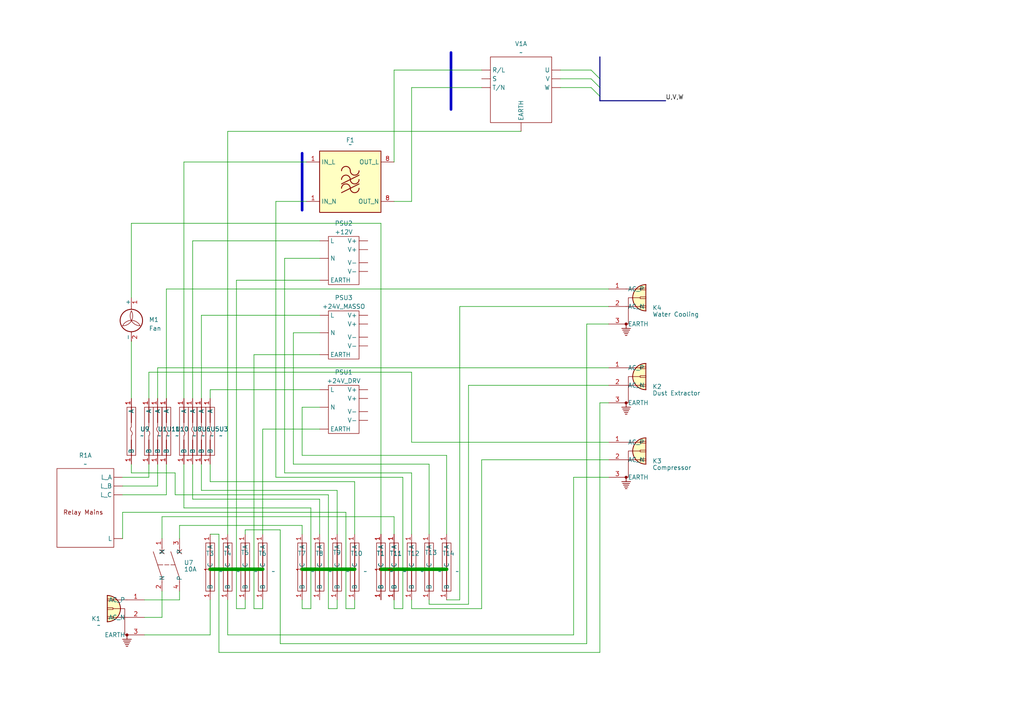
<source format=kicad_sch>
(kicad_sch (version 20231120) (generator "eeschema") (generator_version "8.0")
  (paper "A4")
  (lib_symbols
    (symbol "CNC:AC_Filter"
      (property "Reference" "F" (at 0 0 0))
      (symbol "AC_Filter_0_1"
        (rectangle (start -8.89 -3.175) (end 8.89 -20.955) (stroke (width 0.254)) (fill (type background)))
        (arc (start 0 -13.97) (mid -1.27 -12.7055) (end -2.54 -13.97) (stroke (width 0.254)))
        (arc (start 0 -13.97) (mid 1.27 -15.2345) (end 2.54 -13.97) (stroke (width 0.254)))
        (arc (start 0 -11.43) (mid -1.27 -10.1655) (end -2.54 -11.43) (stroke (width 0.254)))
        (arc (start 0 -11.43) (mid 1.27 -12.6945) (end 2.54 -11.43) (stroke (width 0.254)))
        (arc (start 0 -8.89) (mid -1.27 -7.6255) (end -2.54 -8.89) (stroke (width 0.254)))
        (arc (start 0 -8.89) (mid 1.27 -10.1545) (end 2.54 -8.89) (stroke (width 0.254)))
        (polyline (pts (xy -2.54 -15.24) (xy 2.54 -12.7)) (stroke (width 0.254)))
        (polyline (pts (xy -2.54 -12.7) (xy 2.54 -10.16)) (stroke (width 0.254)))
      )
      (symbol "AC_Filter_1_1"
        (pin power_in line (at -12.7 -6.35 0) (length 3.81) (name "IN_L") (number "1"))
        (pin power_in line (at -12.7 -17.78 0) (length 3.81) (name "IN_N") (number "1"))
        (pin power_out line (at 12.7 -6.35 180) (length 3.81) (name "OUT_L") (number "8"))
        (pin power_out line (at 12.7 -17.78 180) (length 3.81) (name "OUT_N") (number "8"))
      )
    )
    (symbol "CNC:BD600"
      (property "Reference" "V" (at 0 0 0))
      (symbol "BD600_1_1"
        (unit_name "Supply")
        (rectangle (start -8.89 -2.54) (end 8.89 -21.59))
        (pin unspecified line (at 0 -24.13 90) (length 2.54) (name "EARTH") (number ""))
        (pin power_in line (at -11.43 -6.35 0) (length 2.54) (name "R/L") (number ""))
        (pin power_in line (at -11.43 -8.89 0) (length 2.54) (name "S") (number ""))
        (pin power_in line (at -11.43 -11.43 0) (length 2.54) (name "T/N") (number ""))
        (pin power_out line (at 11.43 -6.35 180) (length 2.54) (name "U") (number ""))
        (pin power_out line (at 11.43 -8.89 180) (length 2.54) (name "V") (number ""))
        (pin power_out line (at 11.43 -11.43 180) (length 2.54) (name "W") (number ""))
      )
      (symbol "BD600_2_1"
        (unit_name "Control")
        (rectangle (start -12.7 -3.81) (end 11.43 -31.75))
        (pin power_out line (at -15.24 -29.21 0) (length 2.54) (name "+24V") (number ""))
        (pin passive line (at -15.24 -26.67 0) (length 2.54) (name "DCM") (number ""))
        (pin input line (at -15.24 -7.62 0) (length 2.54) (name "S1/FWD") (number ""))
        (pin input line (at -15.24 -10.16 0) (length 2.54) (name "S2/REV") (number ""))
        (pin input line (at -15.24 -12.7 0) (length 2.54) (name "S3") (number ""))
        (pin input line (at -15.24 -15.24 0) (length 2.54) (name "S4") (number ""))
        (pin input line (at -15.24 -17.78 0) (length 2.54) (name "S5") (number ""))
        (pin input line (at -15.24 -20.32 0) (length 2.54) (name "S6") (number ""))
      )
      (symbol "BD600_3_1"
        (unit_name "Analog Inputs")
        (rectangle (start -8.89 -2.54) (end 8.89 -26.67))
        (pin power_out line (at -11.43 -5.08 0) (length 2.54) (name "10V") (number ""))
        (pin power_out line (at -11.43 -22.86 0) (length 2.54) (name "ACM") (number ""))
        (pin input line (at -11.43 -10.16 0) (length 2.54) (name "AI1") (number ""))
        (pin input line (at -11.43 -13.97 0) (length 2.54) (name "AI2") (number ""))
        (pin input line (at -11.43 -17.78 0) (length 2.54) (name "AI3") (number ""))
      )
      (symbol "BD600_4_1"
        (unit_name "Outputs")
        (rectangle (start -8.89 -2.54) (end 8.89 -48.26))
        (circle (center 0 -16.51) (radius 0.254) (fill (type outline)))
        (circle (center 0 -6.35) (radius 0.254) (fill (type outline)))
        (polyline (pts (xy 0 -16.51) (xy 3.0746 -17.4064)))
        (polyline (pts (xy 0 -6.35) (xy 3.0746 -7.2464)))
        (polyline (pts (xy 3.175 -15.24) (xy 4.445 -15.24)))
        (polyline (pts (xy 3.175 -5.08) (xy 4.445 -5.08)))
        (polyline (pts (xy 4.445 -20.32) (xy 3.175 -20.32)))
        (polyline (pts (xy 4.445 -17.78) (xy 3.175 -17.78)))
        (polyline (pts (xy 4.445 -10.16) (xy 3.175 -10.16)))
        (polyline (pts (xy 4.445 -7.62) (xy 3.175 -7.62)))
        (polyline (pts (xy 0 -16.51) (xy -1.27 -16.51) (xy -1.27 -20.32) (xy 3.175 -20.32)))
        (polyline (pts (xy 0 -6.35) (xy -1.27 -6.35) (xy -1.27 -10.16) (xy 3.175 -10.16)))
        (circle (center 2.794 -17.78) (radius 0.254))
        (circle (center 2.794 -15.24) (radius 0.254))
        (circle (center 2.794 -7.62) (radius 0.254))
        (circle (center 2.794 -5.08) (radius 0.254))
        (pin passive line (at 11.43 -44.45 180) (length 2.54) (name "ACM") (number ""))
        (pin passive line (at 11.43 -36.83 180) (length 2.54) (name "ACM") (number ""))
        (pin passive line (at 11.43 -34.29 180) (length 2.54) (name "AO1") (number ""))
        (pin passive line (at 11.43 -41.91 180) (length 2.54) (name "AO2") (number ""))
        (pin passive line (at 11.43 -29.21 180) (length 2.54) (name "DCM") (number ""))
        (pin open_collector line (at 11.43 -26.67 180) (length 2.54) (name "MO1") (number ""))
        (pin passive line (at 11.43 -15.24 180) (length 2.54) (name "RA") (number ""))
        (pin passive line (at 11.43 -5.08 180) (length 2.54) (name "RA") (number ""))
        (pin passive line (at 11.43 -20.32 180) (length 2.54) (name "RB") (number ""))
        (pin passive line (at 11.43 -10.16 180) (length 2.54) (name "RB") (number ""))
        (pin passive line (at 11.43 -17.78 180) (length 2.54) (name "RC") (number ""))
        (pin passive line (at 11.43 -7.62 180) (length 2.54) (name "RC") (number ""))
      )
    )
    (symbol "CNC:Circuit_Breaker"
      (property "Reference" "U" (at 0 0 0))
      (symbol "Circuit_Breaker_0_1"
        (polyline (pts (xy -2.54 -15.24) (xy -1.016 -15.24)))
        (polyline (pts (xy -1.27 -19.05) (xy -3.81 -11.43)))
        (polyline (pts (xy -0.508 -15.24) (xy 0.762 -15.24)))
        (polyline (pts (xy 1.27 -15.24) (xy 2.54 -15.24)))
        (polyline (pts (xy 3.81 -20.32) (xy 3.81 -19.05)))
        (polyline (pts (xy 3.81 -19.05) (xy 1.27 -11.43)))
      )
      (symbol "Circuit_Breaker_1_1"
        (polyline (pts (xy -1.905 -10.795) (xy -0.635 -12.065)))
        (polyline (pts (xy -1.27 -19.05) (xy -1.27 -20.32)))
        (polyline (pts (xy -1.27 -10.16) (xy -1.27 -11.43)))
        (polyline (pts (xy -0.635 -10.795) (xy -1.905 -12.065)))
        (polyline (pts (xy 3.175 -10.795) (xy 4.445 -12.065)))
        (polyline (pts (xy 3.81 -10.16) (xy 3.81 -11.43)))
        (polyline (pts (xy 4.445 -10.795) (xy 3.175 -12.065)))
        (pin power_out line (at -1.27 -7.62 270) (length 2.54) (name "N") (number "1"))
        (pin power_in line (at -1.27 -22.86 90) (length 2.54) (name "N") (number "2"))
        (pin power_out line (at 3.81 -7.62 270) (length 2.54) (name "P") (number "3"))
        (pin power_in line (at 3.81 -22.86 90) (length 2.54) (name "P") (number "4"))
      )
    )
    (symbol "CNC:Fuse"
      (property "Reference" "U" (at 1.905 -3.175 0))
      (symbol "Fuse_0_1"
        (rectangle (start -1.27 -5.08) (end 1.27 -19.05))
        (arc (start 0 -13.335) (mid 0.263 -12.7) (end 0 -12.065))
        (arc (start 0 -10.795) (mid -0.263 -11.43) (end 0 -12.065))
        (polyline (pts (xy 0 -19.05) (xy 0 -14.605)) (stroke (width 0.254)))
        (polyline (pts (xy 0 -13.335) (xy 0 -14.605)))
        (polyline (pts (xy 0 -10.795) (xy 0 -9.525)))
        (polyline (pts (xy 0 -9.525) (xy 0 -5.08)) (stroke (width 0.254)))
      )
      (symbol "Fuse_1_1"
        (pin bidirectional line (at 0 -2.54 270) (length 2.54) (name "A") (number "1"))
        (pin bidirectional line (at 0 -21.59 90) (length 2.54) (name "B") (number "1"))
      )
    )
    (symbol "CNC:Mains socket"
      (property "Reference" "K" (at 0 0 0))
      (symbol "Mains socket_0_1"
        (polyline (pts (xy 0 -15.24) (xy 2.54 -15.24)) (stroke (width 0.2032)))
        (polyline (pts (xy 1.27 -13.97) (xy 1.27 -15.24)) (stroke (width 0.2032)))
        (polyline (pts (xy 1.524 -17.272) (xy 1.016 -17.272)) (stroke (width 0.2032)))
        (polyline (pts (xy 1.778 -16.764) (xy 0.762 -16.764)) (stroke (width 0.2032)))
        (polyline (pts (xy 2.032 -16.256) (xy 0.508 -16.256)) (stroke (width 0.2032)))
        (polyline (pts (xy 2.286 -15.748) (xy 0.254 -15.748)) (stroke (width 0.2032)))
        (polyline (pts (xy 5.334 -8.89) (xy 1.27 -8.89)))
        (polyline (pts (xy 5.334 -3.81) (xy 1.27 -3.81)))
        (polyline (pts (xy 6.985 -10.16) (xy 6.985 -2.54)) (stroke (width 0.254)))
        (polyline (pts (xy 1.27 -13.97) (xy 1.905 -13.97) (xy 1.905 -6.35) (xy 5.334 -6.35)))
        (circle (center 1.27 -13.97) (radius 0.3556) (fill (type outline)))
        (rectangle (start 6.985 -9.144) (end 5.334 -8.636))
        (rectangle (start 6.985 -6.604) (end 5.334 -6.096))
        (rectangle (start 6.985 -4.064) (end 5.334 -3.556))
        (arc (start 6.985 -2.54) (mid 3.1916 -6.35) (end 6.985 -10.16) (stroke (width 0.254)) (fill (type background)))
      )
      (symbol "Mains socket_1_1"
        (pin power_out line (at -3.81 -3.81 0) (length 5.08) (name "AC_P") (number "1"))
        (pin power_out line (at -3.81 -8.89 0) (length 5.08) (name "AC_N") (number "2"))
        (pin passive line (at -3.81 -13.97 0) (length 5.08) (name "EARTH") (number "3"))
      )
    )
    (symbol "CNC:PSU"
      (property "Reference" "PSU" (at 0 0 0))
      (symbol "PSU_0_1"
        (rectangle (start -1.27 -1.27) (end 7.62 -15.24))
      )
      (symbol "PSU_1_1"
        (pin passive line (at -3.81 -13.97 0) (length 2.54) (name "EARTH") (number ""))
        (pin power_in line (at -3.81 -2.54 0) (length 2.54) (name "L") (number ""))
        (pin power_in line (at -3.81 -7.62 0) (length 2.54) (name "N") (number ""))
        (pin power_in line (at 10.16 -5.08 180) (length 2.54) (name "V+") (number ""))
        (pin power_in line (at 10.16 -2.54 180) (length 2.54) (name "V+") (number ""))
        (pin power_in line (at 10.16 -11.43 180) (length 2.54) (name "V-") (number ""))
        (pin power_in line (at 10.16 -8.89 180) (length 2.54) (name "V-") (number ""))
      )
    )
    (symbol "CNC:Relay"
      (property "Reference" "R" (at 0 0 0))
      (symbol "Relay_0_1"
        (rectangle (start -7.62 -3.81) (end 8.89 -26.67))
      )
      (symbol "Relay_1_1"
        (text "Relay Mains" (at 0 -16.51 0) (effects (font (size 1.27 1.27))))
        (pin passive line (at 11.43 -24.13 180) (length 2.54) (name "L") (number ""))
        (pin passive line (at 11.43 -6.35 180) (length 2.54) (name "L_A") (number ""))
        (pin passive line (at 11.43 -8.89 180) (length 2.54) (name "L_B") (number ""))
        (pin passive line (at 11.43 -11.43 180) (length 2.54) (name "L_C") (number ""))
      )
      (symbol "Relay_2_1"
        (text "Relay Ctrl" (at 1.27 -15.24 0) (effects (font (size 1.27 1.27))))
        (pin power_in line (at 0 -1.27 270) (length 2.54) (name "+12V") (number ""))
        (pin input line (at -10.16 -7.62 0) (length 2.54) (name "A") (number ""))
        (pin input line (at -10.16 -10.16 0) (length 2.54) (name "B") (number ""))
        (pin input line (at -10.16 -12.7 0) (length 2.54) (name "C") (number ""))
        (pin power_in line (at 0 -29.21 90) (length 2.54) (name "GND") (number ""))
      )
    )
    (symbol "CNC:Terminal_Block"
      (property "Reference" "T" (at 0 0 0))
      (symbol "Terminal_Block_0_1"
        (rectangle (start -1.27 -3.81) (end 1.27 -17.78))
      )
      (symbol "Terminal_Block_1_1"
        (polyline (pts (xy 0 -3.81) (xy 0 -17.78)) (stroke (width 0.254)))
        (pin bidirectional line (at 0 -1.27 270) (length 2.54) (name "A") (number "1"))
        (pin bidirectional line (at 0 -20.32 90) (length 2.54) (name "B") (number "1"))
        (pin bidirectional line (at 0 -11.43 90) (length 0) (name "C") (number "1"))
      )
    )
    (symbol "Motor:Fan" (pin_names (offset 0))
      (property "Reference" "M" (at 2.54 5.08 0))
      (property "Value" "Fan" (at 2.54 -2.54 0))
      (symbol "Fan_0_1"
        (arc (start -2.54 -0.508) (mid 0.0028 0.9121) (end 0 3.81))
        (polyline (pts (xy 0 -5.08) (xy 0 -4.572)))
        (polyline (pts (xy 0 -2.2352) (xy 0 -2.6416)))
        (polyline (pts (xy 0 4.2672) (xy 0 4.6228)))
        (polyline (pts (xy 0 4.572) (xy 0 5.08)))
        (circle (center 0 1.016) (radius 3.2512) (stroke (width 0.254)))
        (arc (start 0 3.81) (mid 0.053 0.921) (end 2.54 -0.508))
        (arc (start 2.54 -0.508) (mid 0 1.0618) (end -2.54 -0.508))
      )
      (symbol "Fan_1_1"
        (pin passive line (at 0 7.62 270) (length 2.54) (name "+") (number "1"))
        (pin passive line (at 0 -5.08 90) (length 2.54) (name "-") (number "2"))
      )
    )
  )
  (junction (at 124.46 165.1))
  (junction (at 66.04 165.1))
  (junction (at 71.12 165.1))
  (junction (at 97.79 165.1))
  (junction (at 92.71 165.1))
  (junction (at 114.3 165.1))
  (junction (at 119.38 165.1))
  (junction (at 68.58 165.1))
  (junction (at 95.25 165.1))
  (bus_entry (at 171.45 20.32) (size 2.54 2.54))
  (bus_entry (at 171.45 25.4) (size 2.54 2.54))
  (bus_entry (at 171.45 22.86) (size 2.54 2.54))
  (wire (pts (xy 66.04 184.15) (xy 166.37 184.15)))
  (wire (pts (xy 92.71 74.93) (xy 82.55 74.93)))
  (wire (pts (xy 46.99 156.21) (xy 46.99 149.86)))
  (wire (pts (xy 176.53 111.76) (xy 135.89 111.76)))
  (wire (pts (xy 38.1 134.62) (xy 38.1 137.16)))
  (wire (pts (xy 85.09 134.62) (xy 124.46 134.62)))
  (wire (pts (xy 55.88 115.57) (xy 55.88 69.85)))
  (wire (pts (xy 87.63 132.08) (xy 129.54 132.08)))
  (wire (pts (xy 139.7 176.53) (xy 139.7 133.35)))
  (wire (pts (xy 102.87 139.7) (xy 102.87 154.94)))
  (wire (pts (xy 124.46 165.1) (xy 129.54 165.1)) (stroke (width 1.016)))
  (wire (pts (xy 66.04 165.1) (xy 68.58 165.1)) (stroke (width 1.016)))
  (wire (pts (xy 114.3 20.32) (xy 139.7 20.32)))
  (wire (pts (xy 35.56 148.59) (xy 100.33 148.59)))
  (wire (pts (xy 92.71 144.78) (xy 92.71 154.94)))
  (wire (pts (xy 119.38 128.27) (xy 176.53 128.27)))
  (bus (pts (xy 173.99 27.94) (xy 173.99 29.21)))
  (wire (pts (xy 102.87 176.53) (xy 102.87 173.99)))
  (wire (pts (xy 66.04 165.1) (xy 64.77 165.1)))
  (wire (pts (xy 162.56 20.32) (xy 171.45 20.32)))
  (wire (pts (xy 73.66 176.53) (xy 76.2 176.53)))
  (wire (pts (xy 71.12 165.1) (xy 68.58 165.1)))
  (wire (pts (xy 92.71 165.1) (xy 93.98 165.1)))
  (wire (pts (xy 66.04 38.1) (xy 151.13 38.1)))
  (wire (pts (xy 53.34 147.32) (xy 90.17 147.32)))
  (wire (pts (xy 45.72 106.68) (xy 45.72 115.57)))
  (wire (pts (xy 92.71 124.46) (xy 76.2 124.46)))
  (wire (pts (xy 97.79 165.1) (xy 95.25 165.1)))
  (wire (pts (xy 114.3 176.53) (xy 114.3 173.99)))
  (wire (pts (xy 43.18 107.95) (xy 43.18 115.57)))
  (wire (pts (xy 97.79 165.1) (xy 102.87 165.1)) (stroke (width 1.016)))
  (wire (pts (xy 53.34 134.62) (xy 53.34 147.32)))
  (wire (pts (xy 87.63 152.4) (xy 87.63 154.94)))
  (wire (pts (xy 176.53 116.84) (xy 173.99 116.84)))
  (wire (pts (xy 114.3 149.86) (xy 114.3 154.94)))
  (wire (pts (xy 45.72 140.97) (xy 45.72 134.62)))
  (wire (pts (xy 129.54 173.99) (xy 133.35 173.99)))
  (wire (pts (xy 38.1 99.06) (xy 38.1 115.57)))
  (wire (pts (xy 116.84 176.53) (xy 114.3 176.53)))
  (wire (pts (xy 41.91 184.15) (xy 60.96 184.15)))
  (wire (pts (xy 60.96 139.7) (xy 102.87 139.7)))
  (wire (pts (xy 80.01 58.42) (xy 80.01 138.43)))
  (wire (pts (xy 119.38 173.99) (xy 119.38 176.53)))
  (wire (pts (xy 58.42 115.57) (xy 58.42 91.44)))
  (wire (pts (xy 97.79 142.24) (xy 97.79 154.94)))
  (wire (pts (xy 97.79 173.99) (xy 97.79 176.53)))
  (wire (pts (xy 55.88 144.78) (xy 92.71 144.78)))
  (wire (pts (xy 82.55 137.16) (xy 119.38 137.16)))
  (wire (pts (xy 110.49 64.77) (xy 110.49 154.94)))
  (polyline (pts (xy 87.63 44.45) (xy 87.63 60.96)) (stroke (width 0.762)))
  (wire (pts (xy 162.56 22.86) (xy 171.45 22.86)))
  (wire (pts (xy 129.54 132.08) (xy 129.54 154.94)))
  (wire (pts (xy 52.07 171.45) (xy 52.07 173.99)))
  (wire (pts (xy 88.9 58.42) (xy 80.01 58.42)))
  (wire (pts (xy 58.42 91.44) (xy 92.71 91.44)))
  (wire (pts (xy 166.37 138.43) (xy 176.53 138.43)))
  (wire (pts (xy 46.99 149.86) (xy 114.3 149.86)))
  (wire (pts (xy 63.5 154.94) (xy 60.96 154.94)))
  (wire (pts (xy 46.99 171.45) (xy 46.99 179.07)))
  (wire (pts (xy 95.25 143.51) (xy 95.25 165.1)))
  (wire (pts (xy 87.63 118.11) (xy 87.63 132.08)))
  (bus (pts (xy 173.99 16.51) (xy 173.99 22.86)))
  (wire (pts (xy 41.91 179.07) (xy 46.99 179.07)))
  (wire (pts (xy 41.91 173.99) (xy 52.07 173.99)))
  (wire (pts (xy 66.04 38.1) (xy 66.04 154.94)))
  (wire (pts (xy 124.46 175.26) (xy 124.46 173.99)))
  (wire (pts (xy 71.12 153.67) (xy 81.28 153.67)))
  (wire (pts (xy 133.35 88.9) (xy 176.53 88.9)))
  (polyline (pts (xy 130.81 15.24) (xy 130.81 31.75)) (stroke (width 0.762)))
  (wire (pts (xy 92.71 81.28) (xy 68.58 81.28)))
  (wire (pts (xy 60.96 113.03) (xy 92.71 113.03)))
  (bus (pts (xy 173.99 22.86) (xy 173.99 25.4)))
  (bus (pts (xy 173.99 25.4) (xy 173.99 27.94)))
  (wire (pts (xy 68.58 176.53) (xy 71.12 176.53)))
  (wire (pts (xy 114.3 58.42) (xy 119.38 58.42)))
  (wire (pts (xy 58.42 142.24) (xy 97.79 142.24)))
  (wire (pts (xy 119.38 176.53) (xy 139.7 176.53)))
  (wire (pts (xy 100.33 176.53) (xy 102.87 176.53)))
  (wire (pts (xy 53.34 46.99) (xy 88.9 46.99)))
  (wire (pts (xy 166.37 138.43) (xy 166.37 184.15)))
  (wire (pts (xy 35.56 138.43) (xy 43.18 138.43)))
  (wire (pts (xy 52.07 156.21) (xy 52.07 152.4)))
  (wire (pts (xy 81.28 186.69) (xy 170.18 186.69)))
  (wire (pts (xy 52.07 152.4) (xy 87.63 152.4)))
  (wire (pts (xy 50.8 143.51) (xy 95.25 143.51)))
  (wire (pts (xy 58.42 134.62) (xy 58.42 142.24)))
  (wire (pts (xy 45.72 106.68) (xy 176.53 106.68)))
  (wire (pts (xy 173.99 189.23) (xy 63.5 189.23)))
  (wire (pts (xy 119.38 137.16) (xy 119.38 154.94)))
  (wire (pts (xy 116.84 138.43) (xy 116.84 176.53)))
  (wire (pts (xy 92.71 96.52) (xy 85.09 96.52)))
  (wire (pts (xy 68.58 165.1) (xy 68.58 176.53)))
  (wire (pts (xy 90.17 176.53) (xy 87.63 176.53)))
  (wire (pts (xy 38.1 64.77) (xy 38.1 86.36)))
  (wire (pts (xy 124.46 134.62) (xy 124.46 154.94)))
  (wire (pts (xy 66.04 173.99) (xy 66.04 184.15)))
  (wire (pts (xy 71.12 165.1) (xy 76.2 165.1)) (stroke (width 1.016)))
  (wire (pts (xy 95.25 165.1) (xy 97.79 165.1)) (stroke (width 1.016)))
  (wire (pts (xy 133.35 173.99) (xy 133.35 88.9)))
  (wire (pts (xy 35.56 140.97) (xy 45.72 140.97)))
  (wire (pts (xy 135.89 175.26) (xy 124.46 175.26)))
  (wire (pts (xy 119.38 165.1) (xy 120.65 165.1)))
  (wire (pts (xy 114.3 165.1) (xy 119.38 165.1)) (stroke (width 1.016)))
  (wire (pts (xy 119.38 25.4) (xy 139.7 25.4)))
  (wire (pts (xy 82.55 74.93) (xy 82.55 137.16)))
  (wire (pts (xy 100.33 148.59) (xy 100.33 176.53)))
  (wire (pts (xy 87.63 176.53) (xy 87.63 173.99)))
  (wire (pts (xy 90.17 147.32) (xy 90.17 176.53)))
  (wire (pts (xy 97.79 165.1) (xy 99.06 165.1)))
  (wire (pts (xy 43.18 138.43) (xy 43.18 134.62)))
  (wire (pts (xy 71.12 153.67) (xy 71.12 154.94)))
  (wire (pts (xy 80.01 138.43) (xy 116.84 138.43)))
  (wire (pts (xy 60.96 134.62) (xy 60.96 139.7)))
  (wire (pts (xy 76.2 124.46) (xy 76.2 154.94)))
  (wire (pts (xy 53.34 115.57) (xy 53.34 46.99)))
  (wire (pts (xy 48.26 143.51) (xy 48.26 134.62)))
  (wire (pts (xy 119.38 58.42) (xy 119.38 25.4)))
  (wire (pts (xy 92.71 118.11) (xy 87.63 118.11)))
  (wire (pts (xy 95.25 165.1) (xy 95.25 176.53)))
  (wire (pts (xy 135.89 111.76) (xy 135.89 175.26)))
  (wire (pts (xy 95.25 176.53) (xy 97.79 176.53)))
  (wire (pts (xy 35.56 156.21) (xy 35.56 148.59)))
  (wire (pts (xy 60.96 165.1) (xy 66.04 165.1)) (stroke (width 1.016)))
  (bus (pts (xy 173.99 29.21) (xy 193.04 29.21)))
  (wire (pts (xy 92.71 165.1) (xy 95.25 165.1)) (stroke (width 1.016)))
  (wire (pts (xy 76.2 176.53) (xy 76.2 173.99)))
  (wire (pts (xy 66.04 165.1) (xy 67.31 165.1)))
  (wire (pts (xy 35.56 143.51) (xy 48.26 143.51)))
  (wire (pts (xy 170.18 93.98) (xy 176.53 93.98)))
  (wire (pts (xy 48.26 83.82) (xy 176.53 83.82)))
  (wire (pts (xy 55.88 134.62) (xy 55.88 144.78)))
  (wire (pts (xy 81.28 153.67) (xy 81.28 186.69)))
  (wire (pts (xy 60.96 115.57) (xy 60.96 113.03)))
  (wire (pts (xy 162.56 25.4) (xy 171.45 25.4)))
  (wire (pts (xy 119.38 128.27) (xy 119.38 107.95)))
  (wire (pts (xy 38.1 137.16) (xy 50.8 137.16)))
  (wire (pts (xy 114.3 46.99) (xy 114.3 20.32)))
  (wire (pts (xy 48.26 115.57) (xy 48.26 83.82)))
  (wire (pts (xy 173.99 116.84) (xy 173.99 189.23)))
  (wire (pts (xy 38.1 64.77) (xy 110.49 64.77)))
  (wire (pts (xy 68.58 165.1) (xy 71.12 165.1)) (stroke (width 1.016)))
  (wire (pts (xy 60.96 184.15) (xy 60.96 173.99)))
  (wire (pts (xy 119.38 165.1) (xy 124.46 165.1)) (stroke (width 1.016)))
  (wire (pts (xy 92.71 102.87) (xy 73.66 102.87)))
  (wire (pts (xy 73.66 102.87) (xy 73.66 176.53)))
  (wire (pts (xy 50.8 137.16) (xy 50.8 143.51)))
  (wire (pts (xy 63.5 189.23) (xy 63.5 154.94)))
  (wire (pts (xy 110.49 165.1) (xy 114.3 165.1)) (stroke (width 1.016)))
  (wire (pts (xy 68.58 81.28) (xy 68.58 165.1)))
  (wire (pts (xy 71.12 176.53) (xy 71.12 173.99)))
  (wire (pts (xy 119.38 107.95) (xy 43.18 107.95)))
  (wire (pts (xy 87.63 165.1) (xy 92.71 165.1)) (stroke (width 1.016)))
  (wire (pts (xy 139.7 133.35) (xy 176.53 133.35)))
  (wire (pts (xy 55.88 69.85) (xy 92.71 69.85)))
  (wire (pts (xy 124.46 165.1) (xy 121.92 165.1)))
  (wire (pts (xy 85.09 96.52) (xy 85.09 134.62)))
  (wire (pts (xy 170.18 93.98) (xy 170.18 186.69)))
  (label "U,V,W" (at 193.04 29.21 0))
  (symbol (lib_id "CNC:Terminal_Block") (at 114.3 153.67 0) (unit 1)
    (property "Reference" "T11" (at 113.03 160.528 0) (effects (justify left)))
    (property "Value" "~" (at 116.84 165.735 0) (effects (justify left)))
  )
  (symbol (lib_id "CNC:Terminal_Block") (at 60.96 153.67 0) (unit 1)
    (property "Reference" "T3" (at 59.69 160.528 0) (effects (justify left)))
    (property "Value" "~" (at 63.5 165.735 0) (effects (justify left)))
  )
  (symbol (lib_id "CNC:Terminal_Block") (at 102.87 153.67 0) (unit 1)
    (property "Reference" "T10" (at 101.6 160.528 0) (effects (justify left)))
    (property "Value" "~" (at 105.41 165.735 0) (effects (justify left)))
  )
  (symbol (lib_id "CNC:BD600") (at 151.13 13.97 0) (unit 1)
    (property "Reference" "V1" (at 151.13 12.7 0))
    (property "Value" "~" (at 151.13 15.24 0))
  )
  (symbol (lib_id "CNC:Terminal_Block") (at 92.71 153.67 0) (unit 1)
    (property "Reference" "T8" (at 91.44 160.528 0) (effects (justify left)))
    (property "Value" "~" (at 95.25 165.735 0) (effects (justify left)))
  )
  (symbol (lib_id "CNC:Terminal_Block") (at 97.79 153.67 0) (unit 1)
    (property "Reference" "T9" (at 96.52 160.274 0) (effects (justify left)))
    (property "Value" "~" (at 100.33 165.735 0) (effects (justify left)))
  )
  (symbol (lib_id "CNC:Fuse") (at 48.26 113.03 0) (unit 1)
    (property "Reference" "U10" (at 50.8 124.4599 0) (effects (justify left)))
    (property "Value" "~" (at 50.8 126.365 0) (effects (justify left)))
  )
  (symbol (lib_id "CNC:Terminal_Block") (at 66.04 153.67 0) (unit 1)
    (property "Reference" "T4" (at 64.77 160.528 0) (effects (justify left)))
    (property "Value" "~" (at 68.58 165.735 0) (effects (justify left)))
  )
  (symbol (lib_id "CNC:Relay") (at 24.13 132.08 0) (unit 1)
    (property "Reference" "R1" (at 24.765 132.08 0))
    (property "Value" "~" (at 24.765 134.62 0))
  )
  (symbol (lib_id "CNC:Terminal_Block") (at 124.46 153.67 0) (unit 1)
    (property "Reference" "T13" (at 123.19 160.274 0) (effects (justify left)))
    (property "Value" "~" (at 127 165.735 0) (effects (justify left)))
  )
  (symbol (lib_id "CNC:PSU") (at 96.52 110.49 0) (unit 1)
    (property "Reference" "PSU1" (at 99.695 107.95 0))
    (property "Value" "+24V_DRV" (at 99.695 110.49 0))
  )
  (symbol (lib_id "CNC:Fuse") (at 60.96 113.03 0) (unit 1)
    (property "Reference" "U3" (at 63.5 124.4599 0) (effects (justify left)))
    (property "Value" "~" (at 63.5 126.365 0) (effects (justify left)))
  )
  (symbol (lib_id "CNC:AC_Filter") (at 101.6 40.64 0) (unit 1)
    (property "Reference" "F1" (at 101.6 40.64 0))
    (property "Value" "~" (at 101.6 41.91 0))
  )
  (symbol (lib_id "CNC:Terminal_Block") (at 119.38 153.67 0) (unit 1)
    (property "Reference" "T12" (at 118.11 160.528 0) (effects (justify left)))
    (property "Value" "~" (at 121.92 165.735 0) (effects (justify left)))
  )
  (symbol (lib_id "CNC:Terminal_Block") (at 76.2 153.67 0) (unit 1)
    (property "Reference" "T6" (at 74.93 160.528 0) (effects (justify left)))
    (property "Value" "~" (at 78.74 165.735 0) (effects (justify left)))
  )
  (symbol (lib_id "CNC:Terminal_Block") (at 71.12 153.67 0) (unit 1)
    (property "Reference" "T5" (at 69.85 160.274 0) (effects (justify left)))
    (property "Value" "~" (at 73.66 165.735 0) (effects (justify left)))
  )
  (symbol (lib_id "CNC:Mains socket") (at 38.1 170.18 0) (mirror y) (unit 1)
    (property "Reference" "K1" (at 29.21 179.4382 0) (effects (justify left)))
    (property "Value" "~" (at 29.21 181.3433 0) (effects (justify left)))
  )
  (symbol (lib_id "CNC:Fuse") (at 45.72 113.03 0) (unit 1)
    (property "Reference" "U11" (at 48.26 124.4599 0) (effects (justify left)))
    (property "Value" "~" (at 48.26 126.365 0) (effects (justify left)))
  )
  (symbol (lib_id "CNC:Mains socket") (at 180.34 80.01 0) (unit 1)
    (property "Reference" "K4" (at 189.23 89.2682 0) (effects (justify left)))
    (property "Value" "Water Cooling" (at 189.23 91.1733 0) (effects (justify left)))
  )
  (symbol (lib_id "Motor:Fan") (at 38.1 93.98 0) (unit 1)
    (property "Reference" "M1" (at 43.18 92.7099 0) (effects (justify left)))
    (property "Value" "Fan" (at 43.18 95.2499 0) (effects (justify left)))
    (property "Description" "Fan" (effects (hide yes)))
  )
  (symbol (lib_id "CNC:PSU") (at 96.52 67.31 0) (unit 1)
    (property "Reference" "PSU2" (at 99.695 64.77 0))
    (property "Value" "+12V" (at 99.695 67.31 0))
  )
  (symbol (lib_name "CNC:Fuse") (lib_id "CNC:Fuse") (at 38.1 113.03 0) (unit 1)
    (property "Reference" "U9" (at 40.64 124.4599 0) (effects (justify left)))
    (property "Value" "~" (at 40.64 126.365 0) (effects (justify left)))
  )
  (symbol (lib_id "CNC:Fuse") (at 55.88 113.03 0) (unit 1)
    (property "Reference" "U6" (at 58.42 124.4599 0) (effects (justify left)))
    (property "Value" "~" (at 58.42 126.365 0) (effects (justify left)))
  )
  (symbol (lib_id "CNC:Fuse") (at 43.18 113.03 0) (unit 1)
    (property "Reference" "U1" (at 45.72 124.4599 0) (effects (justify left)))
    (property "Value" "~" (at 45.72 126.365 0) (effects (justify left)))
  )
  (symbol (lib_id "CNC:PSU") (at 96.52 88.9 0) (unit 1)
    (property "Reference" "PSU3" (at 99.695 86.36 0))
    (property "Value" "+24V_MASSO" (at 99.695 88.9 0))
  )
  (symbol (lib_id "CNC:Fuse") (at 58.42 113.03 0) (unit 1)
    (property "Reference" "U5" (at 60.96 124.4599 0) (effects (justify left)))
    (property "Value" "~" (at 60.96 126.365 0) (effects (justify left)))
  )
  (symbol (lib_id "CNC:Terminal_Block") (at 87.63 153.67 0) (unit 1)
    (property "Reference" "T7" (at 86.36 160.528 0) (effects (justify left)))
    (property "Value" "~" (at 90.17 165.735 0) (effects (justify left)))
  )
  (symbol (lib_id "CNC:Fuse") (at 53.34 113.03 0) (unit 1)
    (property "Reference" "U8" (at 55.88 124.4599 0) (effects (justify left)))
    (property "Value" "~" (at 55.88 126.365 0) (effects (justify left)))
  )
  (symbol (lib_id "CNC:Mains socket") (at 180.34 124.46 0) (unit 1)
    (property "Reference" "K3" (at 189.23 133.7182 0) (effects (justify left)))
    (property "Value" "Compressor" (at 189.23 135.6233 0) (effects (justify left)))
  )
  (symbol (lib_id "CNC:Circuit_Breaker") (at 48.26 148.59 0) (unit 1)
    (property "Reference" "U7" (at 53.34 163.1949 0) (effects (justify left)))
    (property "Value" "10A" (at 53.34 165.1 0) (effects (justify left)))
  )
  (symbol (lib_id "CNC:Mains socket") (at 180.34 102.87 0) (unit 1)
    (property "Reference" "K2" (at 189.23 112.1282 0) (effects (justify left)))
    (property "Value" "Dust Extractor" (at 189.23 114.0333 0) (effects (justify left)))
  )
  (symbol (lib_id "CNC:Terminal_Block") (at 129.54 153.67 0) (unit 1)
    (property "Reference" "T14" (at 128.27 160.528 0) (effects (justify left)))
    (property "Value" "~" (at 132.08 165.735 0) (effects (justify left)))
  )
  (symbol (lib_name "CNC:Terminal_Block") (lib_id "CNC:Terminal_Block") (at 110.49 153.67 0) (unit 1)
    (property "Reference" "T1" (at 109.22 160.528 0) (effects (justify left)))
    (property "Value" "~" (at 113.03 165.735 0) (effects (justify left)))
  )
)
</source>
